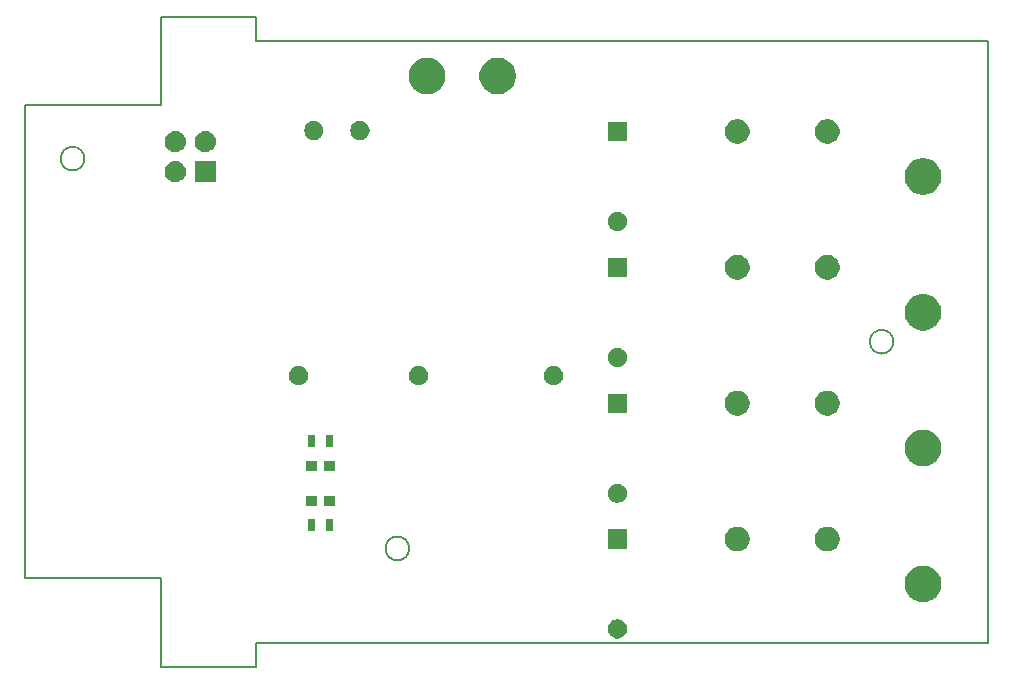
<source format=gbs>
G04 #@! TF.GenerationSoftware,KiCad,Pcbnew,5.0.2-bee76a0~70~ubuntu18.04.1*
G04 #@! TF.CreationDate,2019-12-02T22:21:51+01:00*
G04 #@! TF.ProjectId,meross,6d65726f-7373-42e6-9b69-6361645f7063,rev?*
G04 #@! TF.SameCoordinates,PX6ea0500PY700e860*
G04 #@! TF.FileFunction,Soldermask,Bot*
G04 #@! TF.FilePolarity,Negative*
%FSLAX46Y46*%
G04 Gerber Fmt 4.6, Leading zero omitted, Abs format (unit mm)*
G04 Created by KiCad (PCBNEW 5.0.2-bee76a0~70~ubuntu18.04.1) date Mon 02 Dec 2019 10:21:51 PM CET*
%MOMM*%
%LPD*%
G01*
G04 APERTURE LIST*
%ADD10C,0.200000*%
%ADD11C,0.100000*%
G04 APERTURE END LIST*
D10*
X32500000Y10000000D02*
G75*
G03X32500000Y10000000I-1000000J0D01*
G01*
X5000000Y43000000D02*
G75*
G03X5000000Y43000000I-1000000J0D01*
G01*
X73500000Y27500000D02*
G75*
G03X73500000Y27500000I-1000000J0D01*
G01*
X81499999Y53000000D02*
X81500000Y2000000D01*
X81499999Y53000000D02*
X19500000Y53000000D01*
X19500000Y2000000D02*
X81500000Y2000000D01*
X19500000Y0D02*
X19500000Y2000000D01*
X19500000Y53000000D02*
X19500000Y55000000D01*
X19500000Y0D02*
X11500000Y0D01*
X11500000Y55000000D02*
X19500000Y55000000D01*
X11500000Y55000000D02*
X11500000Y47500000D01*
X11500000Y7500000D02*
X11500000Y0D01*
X11500000Y7500000D02*
X0Y7500000D01*
X0Y47500000D02*
X11500000Y47500000D01*
X0Y7500000D02*
X0Y47500000D01*
D11*
G36*
X50361560Y3959834D02*
X50509153Y3898699D01*
X50640213Y3811127D01*
X50641985Y3809943D01*
X50754943Y3696985D01*
X50843700Y3564151D01*
X50904834Y3416560D01*
X50936000Y3259878D01*
X50936000Y3100122D01*
X50904834Y2943440D01*
X50843700Y2795849D01*
X50754943Y2663015D01*
X50641985Y2550057D01*
X50641982Y2550055D01*
X50509153Y2461301D01*
X50509152Y2461300D01*
X50509151Y2461300D01*
X50361560Y2400166D01*
X50204878Y2369000D01*
X50045122Y2369000D01*
X49888440Y2400166D01*
X49740849Y2461300D01*
X49740848Y2461300D01*
X49740847Y2461301D01*
X49608018Y2550055D01*
X49608015Y2550057D01*
X49495057Y2663015D01*
X49406300Y2795849D01*
X49345166Y2943440D01*
X49314000Y3100122D01*
X49314000Y3259878D01*
X49345166Y3416560D01*
X49406300Y3564151D01*
X49495057Y3696985D01*
X49608015Y3809943D01*
X49609787Y3811127D01*
X49740847Y3898699D01*
X49888440Y3959834D01*
X50045122Y3991000D01*
X50204878Y3991000D01*
X50361560Y3959834D01*
X50361560Y3959834D01*
G37*
G36*
X76352527Y8511264D02*
X76452410Y8491396D01*
X76734674Y8374479D01*
X76988705Y8204741D01*
X77204741Y7988705D01*
X77374479Y7734674D01*
X77491396Y7452410D01*
X77551000Y7152760D01*
X77551000Y6847240D01*
X77491396Y6547590D01*
X77374479Y6265326D01*
X77204741Y6011295D01*
X76988705Y5795259D01*
X76734674Y5625521D01*
X76452410Y5508604D01*
X76352527Y5488736D01*
X76152762Y5449000D01*
X75847238Y5449000D01*
X75647473Y5488736D01*
X75547590Y5508604D01*
X75265326Y5625521D01*
X75011295Y5795259D01*
X74795259Y6011295D01*
X74625521Y6265326D01*
X74508604Y6547590D01*
X74449000Y6847240D01*
X74449000Y7152760D01*
X74508604Y7452410D01*
X74625521Y7734674D01*
X74795259Y7988705D01*
X75011295Y8204741D01*
X75265326Y8374479D01*
X75547590Y8491396D01*
X75647473Y8511264D01*
X75847238Y8551000D01*
X76152762Y8551000D01*
X76352527Y8511264D01*
X76352527Y8511264D01*
G37*
G36*
X60591565Y11810611D02*
X60782834Y11731385D01*
X60954976Y11616363D01*
X61101363Y11469976D01*
X61216385Y11297834D01*
X61295611Y11106565D01*
X61336000Y10903516D01*
X61336000Y10696484D01*
X61295611Y10493435D01*
X61216385Y10302166D01*
X61101363Y10130024D01*
X60954976Y9983637D01*
X60782834Y9868615D01*
X60591565Y9789389D01*
X60388516Y9749000D01*
X60181484Y9749000D01*
X59978435Y9789389D01*
X59787166Y9868615D01*
X59615024Y9983637D01*
X59468637Y10130024D01*
X59353615Y10302166D01*
X59274389Y10493435D01*
X59234000Y10696484D01*
X59234000Y10903516D01*
X59274389Y11106565D01*
X59353615Y11297834D01*
X59468637Y11469976D01*
X59615024Y11616363D01*
X59787166Y11731385D01*
X59978435Y11810611D01*
X60181484Y11851000D01*
X60388516Y11851000D01*
X60591565Y11810611D01*
X60591565Y11810611D01*
G37*
G36*
X68211565Y11810611D02*
X68402834Y11731385D01*
X68574976Y11616363D01*
X68721363Y11469976D01*
X68836385Y11297834D01*
X68915611Y11106565D01*
X68956000Y10903516D01*
X68956000Y10696484D01*
X68915611Y10493435D01*
X68836385Y10302166D01*
X68721363Y10130024D01*
X68574976Y9983637D01*
X68402834Y9868615D01*
X68211565Y9789389D01*
X68008516Y9749000D01*
X67801484Y9749000D01*
X67598435Y9789389D01*
X67407166Y9868615D01*
X67235024Y9983637D01*
X67088637Y10130024D01*
X66973615Y10302166D01*
X66894389Y10493435D01*
X66854000Y10696484D01*
X66854000Y10903516D01*
X66894389Y11106565D01*
X66973615Y11297834D01*
X67088637Y11469976D01*
X67235024Y11616363D01*
X67407166Y11731385D01*
X67598435Y11810611D01*
X67801484Y11851000D01*
X68008516Y11851000D01*
X68211565Y11810611D01*
X68211565Y11810611D01*
G37*
G36*
X50936000Y9989000D02*
X49314000Y9989000D01*
X49314000Y11611000D01*
X50936000Y11611000D01*
X50936000Y9989000D01*
X50936000Y9989000D01*
G37*
G36*
X26051000Y11499000D02*
X25449000Y11499000D01*
X25449000Y12501000D01*
X26051000Y12501000D01*
X26051000Y11499000D01*
X26051000Y11499000D01*
G37*
G36*
X24551000Y11499000D02*
X23949000Y11499000D01*
X23949000Y12501000D01*
X24551000Y12501000D01*
X24551000Y11499000D01*
X24551000Y11499000D01*
G37*
G36*
X24701000Y13574000D02*
X23799000Y13574000D01*
X23799000Y14426000D01*
X24701000Y14426000D01*
X24701000Y13574000D01*
X24701000Y13574000D01*
G37*
G36*
X26201000Y13574000D02*
X25299000Y13574000D01*
X25299000Y14426000D01*
X26201000Y14426000D01*
X26201000Y13574000D01*
X26201000Y13574000D01*
G37*
G36*
X50361560Y15459834D02*
X50509153Y15398699D01*
X50640213Y15311127D01*
X50641985Y15309943D01*
X50754943Y15196985D01*
X50843700Y15064151D01*
X50904834Y14916560D01*
X50936000Y14759878D01*
X50936000Y14600122D01*
X50904834Y14443440D01*
X50843700Y14295849D01*
X50754943Y14163015D01*
X50641985Y14050057D01*
X50641982Y14050055D01*
X50509153Y13961301D01*
X50509152Y13961300D01*
X50509151Y13961300D01*
X50361560Y13900166D01*
X50204878Y13869000D01*
X50045122Y13869000D01*
X49888440Y13900166D01*
X49740849Y13961300D01*
X49740848Y13961300D01*
X49740847Y13961301D01*
X49608018Y14050055D01*
X49608015Y14050057D01*
X49495057Y14163015D01*
X49406300Y14295849D01*
X49345166Y14443440D01*
X49314000Y14600122D01*
X49314000Y14759878D01*
X49345166Y14916560D01*
X49406300Y15064151D01*
X49495057Y15196985D01*
X49608015Y15309943D01*
X49609787Y15311127D01*
X49740847Y15398699D01*
X49888440Y15459834D01*
X50045122Y15491000D01*
X50204878Y15491000D01*
X50361560Y15459834D01*
X50361560Y15459834D01*
G37*
G36*
X26201000Y16524000D02*
X25299000Y16524000D01*
X25299000Y17376000D01*
X26201000Y17376000D01*
X26201000Y16524000D01*
X26201000Y16524000D01*
G37*
G36*
X24701000Y16524000D02*
X23799000Y16524000D01*
X23799000Y17376000D01*
X24701000Y17376000D01*
X24701000Y16524000D01*
X24701000Y16524000D01*
G37*
G36*
X76352527Y20011264D02*
X76452410Y19991396D01*
X76734674Y19874479D01*
X76988705Y19704741D01*
X77204741Y19488705D01*
X77374479Y19234674D01*
X77491396Y18952410D01*
X77551000Y18652760D01*
X77551000Y18347240D01*
X77491396Y18047590D01*
X77374479Y17765326D01*
X77204741Y17511295D01*
X76988705Y17295259D01*
X76734674Y17125521D01*
X76452410Y17008604D01*
X76352527Y16988736D01*
X76152762Y16949000D01*
X75847238Y16949000D01*
X75647473Y16988736D01*
X75547590Y17008604D01*
X75265326Y17125521D01*
X75011295Y17295259D01*
X74795259Y17511295D01*
X74625521Y17765326D01*
X74508604Y18047590D01*
X74449000Y18347240D01*
X74449000Y18652760D01*
X74508604Y18952410D01*
X74625521Y19234674D01*
X74795259Y19488705D01*
X75011295Y19704741D01*
X75265326Y19874479D01*
X75547590Y19991396D01*
X75647473Y20011264D01*
X75847238Y20051000D01*
X76152762Y20051000D01*
X76352527Y20011264D01*
X76352527Y20011264D01*
G37*
G36*
X24551000Y18599000D02*
X23949000Y18599000D01*
X23949000Y19601000D01*
X24551000Y19601000D01*
X24551000Y18599000D01*
X24551000Y18599000D01*
G37*
G36*
X26051000Y18599000D02*
X25449000Y18599000D01*
X25449000Y19601000D01*
X26051000Y19601000D01*
X26051000Y18599000D01*
X26051000Y18599000D01*
G37*
G36*
X60591565Y23310611D02*
X60782834Y23231385D01*
X60954976Y23116363D01*
X61101363Y22969976D01*
X61216385Y22797834D01*
X61295611Y22606565D01*
X61336000Y22403516D01*
X61336000Y22196484D01*
X61295611Y21993435D01*
X61216385Y21802166D01*
X61101363Y21630024D01*
X60954976Y21483637D01*
X60782834Y21368615D01*
X60591565Y21289389D01*
X60388516Y21249000D01*
X60181484Y21249000D01*
X59978435Y21289389D01*
X59787166Y21368615D01*
X59615024Y21483637D01*
X59468637Y21630024D01*
X59353615Y21802166D01*
X59274389Y21993435D01*
X59234000Y22196484D01*
X59234000Y22403516D01*
X59274389Y22606565D01*
X59353615Y22797834D01*
X59468637Y22969976D01*
X59615024Y23116363D01*
X59787166Y23231385D01*
X59978435Y23310611D01*
X60181484Y23351000D01*
X60388516Y23351000D01*
X60591565Y23310611D01*
X60591565Y23310611D01*
G37*
G36*
X68211565Y23310611D02*
X68402834Y23231385D01*
X68574976Y23116363D01*
X68721363Y22969976D01*
X68836385Y22797834D01*
X68915611Y22606565D01*
X68956000Y22403516D01*
X68956000Y22196484D01*
X68915611Y21993435D01*
X68836385Y21802166D01*
X68721363Y21630024D01*
X68574976Y21483637D01*
X68402834Y21368615D01*
X68211565Y21289389D01*
X68008516Y21249000D01*
X67801484Y21249000D01*
X67598435Y21289389D01*
X67407166Y21368615D01*
X67235024Y21483637D01*
X67088637Y21630024D01*
X66973615Y21802166D01*
X66894389Y21993435D01*
X66854000Y22196484D01*
X66854000Y22403516D01*
X66894389Y22606565D01*
X66973615Y22797834D01*
X67088637Y22969976D01*
X67235024Y23116363D01*
X67407166Y23231385D01*
X67598435Y23310611D01*
X67801484Y23351000D01*
X68008516Y23351000D01*
X68211565Y23310611D01*
X68211565Y23310611D01*
G37*
G36*
X50936000Y21489000D02*
X49314000Y21489000D01*
X49314000Y23111000D01*
X50936000Y23111000D01*
X50936000Y21489000D01*
X50936000Y21489000D01*
G37*
G36*
X23377142Y25401758D02*
X23525102Y25340470D01*
X23658258Y25251498D01*
X23771498Y25138258D01*
X23860470Y25005102D01*
X23921758Y24857142D01*
X23953000Y24700075D01*
X23953000Y24539925D01*
X23921758Y24382858D01*
X23860470Y24234898D01*
X23771498Y24101742D01*
X23658258Y23988502D01*
X23525102Y23899530D01*
X23377142Y23838242D01*
X23220075Y23807000D01*
X23059925Y23807000D01*
X22902858Y23838242D01*
X22754898Y23899530D01*
X22621742Y23988502D01*
X22508502Y24101742D01*
X22419530Y24234898D01*
X22358242Y24382858D01*
X22327000Y24539925D01*
X22327000Y24700075D01*
X22358242Y24857142D01*
X22419530Y25005102D01*
X22508502Y25138258D01*
X22621742Y25251498D01*
X22754898Y25340470D01*
X22902858Y25401758D01*
X23059925Y25433000D01*
X23220075Y25433000D01*
X23377142Y25401758D01*
X23377142Y25401758D01*
G37*
G36*
X44967142Y25401758D02*
X45115102Y25340470D01*
X45248258Y25251498D01*
X45361498Y25138258D01*
X45450470Y25005102D01*
X45511758Y24857142D01*
X45543000Y24700075D01*
X45543000Y24539925D01*
X45511758Y24382858D01*
X45450470Y24234898D01*
X45361498Y24101742D01*
X45248258Y23988502D01*
X45115102Y23899530D01*
X44967142Y23838242D01*
X44810075Y23807000D01*
X44649925Y23807000D01*
X44492858Y23838242D01*
X44344898Y23899530D01*
X44211742Y23988502D01*
X44098502Y24101742D01*
X44009530Y24234898D01*
X43948242Y24382858D01*
X43917000Y24539925D01*
X43917000Y24700075D01*
X43948242Y24857142D01*
X44009530Y25005102D01*
X44098502Y25138258D01*
X44211742Y25251498D01*
X44344898Y25340470D01*
X44492858Y25401758D01*
X44649925Y25433000D01*
X44810075Y25433000D01*
X44967142Y25401758D01*
X44967142Y25401758D01*
G37*
G36*
X33537142Y25401758D02*
X33685102Y25340470D01*
X33818258Y25251498D01*
X33931498Y25138258D01*
X34020470Y25005102D01*
X34081758Y24857142D01*
X34113000Y24700075D01*
X34113000Y24539925D01*
X34081758Y24382858D01*
X34020470Y24234898D01*
X33931498Y24101742D01*
X33818258Y23988502D01*
X33685102Y23899530D01*
X33537142Y23838242D01*
X33380075Y23807000D01*
X33219925Y23807000D01*
X33062858Y23838242D01*
X32914898Y23899530D01*
X32781742Y23988502D01*
X32668502Y24101742D01*
X32579530Y24234898D01*
X32518242Y24382858D01*
X32487000Y24539925D01*
X32487000Y24700075D01*
X32518242Y24857142D01*
X32579530Y25005102D01*
X32668502Y25138258D01*
X32781742Y25251498D01*
X32914898Y25340470D01*
X33062858Y25401758D01*
X33219925Y25433000D01*
X33380075Y25433000D01*
X33537142Y25401758D01*
X33537142Y25401758D01*
G37*
G36*
X50361560Y26959834D02*
X50509153Y26898699D01*
X50640213Y26811127D01*
X50641985Y26809943D01*
X50754943Y26696985D01*
X50843700Y26564151D01*
X50904834Y26416560D01*
X50936000Y26259878D01*
X50936000Y26100122D01*
X50904834Y25943440D01*
X50843700Y25795849D01*
X50754943Y25663015D01*
X50641985Y25550057D01*
X50641982Y25550055D01*
X50509153Y25461301D01*
X50509152Y25461300D01*
X50509151Y25461300D01*
X50361560Y25400166D01*
X50204878Y25369000D01*
X50045122Y25369000D01*
X49888440Y25400166D01*
X49740849Y25461300D01*
X49740848Y25461300D01*
X49740847Y25461301D01*
X49608018Y25550055D01*
X49608015Y25550057D01*
X49495057Y25663015D01*
X49406300Y25795849D01*
X49345166Y25943440D01*
X49314000Y26100122D01*
X49314000Y26259878D01*
X49345166Y26416560D01*
X49406300Y26564151D01*
X49495057Y26696985D01*
X49608015Y26809943D01*
X49609787Y26811127D01*
X49740847Y26898699D01*
X49888440Y26959834D01*
X50045122Y26991000D01*
X50204878Y26991000D01*
X50361560Y26959834D01*
X50361560Y26959834D01*
G37*
G36*
X76352527Y31511264D02*
X76452410Y31491396D01*
X76734674Y31374479D01*
X76988705Y31204741D01*
X77204741Y30988705D01*
X77374479Y30734674D01*
X77491396Y30452410D01*
X77551000Y30152760D01*
X77551000Y29847240D01*
X77491396Y29547590D01*
X77374479Y29265326D01*
X77204741Y29011295D01*
X76988705Y28795259D01*
X76734674Y28625521D01*
X76452410Y28508604D01*
X76352527Y28488736D01*
X76152762Y28449000D01*
X75847238Y28449000D01*
X75647473Y28488736D01*
X75547590Y28508604D01*
X75265326Y28625521D01*
X75011295Y28795259D01*
X74795259Y29011295D01*
X74625521Y29265326D01*
X74508604Y29547590D01*
X74449000Y29847240D01*
X74449000Y30152760D01*
X74508604Y30452410D01*
X74625521Y30734674D01*
X74795259Y30988705D01*
X75011295Y31204741D01*
X75265326Y31374479D01*
X75547590Y31491396D01*
X75647473Y31511264D01*
X75847238Y31551000D01*
X76152762Y31551000D01*
X76352527Y31511264D01*
X76352527Y31511264D01*
G37*
G36*
X60591565Y34810611D02*
X60782834Y34731385D01*
X60954976Y34616363D01*
X61101363Y34469976D01*
X61216385Y34297834D01*
X61295611Y34106565D01*
X61336000Y33903516D01*
X61336000Y33696484D01*
X61295611Y33493435D01*
X61216385Y33302166D01*
X61101363Y33130024D01*
X60954976Y32983637D01*
X60782834Y32868615D01*
X60591565Y32789389D01*
X60388516Y32749000D01*
X60181484Y32749000D01*
X59978435Y32789389D01*
X59787166Y32868615D01*
X59615024Y32983637D01*
X59468637Y33130024D01*
X59353615Y33302166D01*
X59274389Y33493435D01*
X59234000Y33696484D01*
X59234000Y33903516D01*
X59274389Y34106565D01*
X59353615Y34297834D01*
X59468637Y34469976D01*
X59615024Y34616363D01*
X59787166Y34731385D01*
X59978435Y34810611D01*
X60181484Y34851000D01*
X60388516Y34851000D01*
X60591565Y34810611D01*
X60591565Y34810611D01*
G37*
G36*
X68211565Y34810611D02*
X68402834Y34731385D01*
X68574976Y34616363D01*
X68721363Y34469976D01*
X68836385Y34297834D01*
X68915611Y34106565D01*
X68956000Y33903516D01*
X68956000Y33696484D01*
X68915611Y33493435D01*
X68836385Y33302166D01*
X68721363Y33130024D01*
X68574976Y32983637D01*
X68402834Y32868615D01*
X68211565Y32789389D01*
X68008516Y32749000D01*
X67801484Y32749000D01*
X67598435Y32789389D01*
X67407166Y32868615D01*
X67235024Y32983637D01*
X67088637Y33130024D01*
X66973615Y33302166D01*
X66894389Y33493435D01*
X66854000Y33696484D01*
X66854000Y33903516D01*
X66894389Y34106565D01*
X66973615Y34297834D01*
X67088637Y34469976D01*
X67235024Y34616363D01*
X67407166Y34731385D01*
X67598435Y34810611D01*
X67801484Y34851000D01*
X68008516Y34851000D01*
X68211565Y34810611D01*
X68211565Y34810611D01*
G37*
G36*
X50936000Y32989000D02*
X49314000Y32989000D01*
X49314000Y34611000D01*
X50936000Y34611000D01*
X50936000Y32989000D01*
X50936000Y32989000D01*
G37*
G36*
X50361560Y38459834D02*
X50509153Y38398699D01*
X50640213Y38311127D01*
X50641985Y38309943D01*
X50754943Y38196985D01*
X50843700Y38064151D01*
X50904834Y37916560D01*
X50936000Y37759878D01*
X50936000Y37600122D01*
X50904834Y37443440D01*
X50843700Y37295849D01*
X50754943Y37163015D01*
X50641985Y37050057D01*
X50641982Y37050055D01*
X50509153Y36961301D01*
X50509152Y36961300D01*
X50509151Y36961300D01*
X50361560Y36900166D01*
X50204878Y36869000D01*
X50045122Y36869000D01*
X49888440Y36900166D01*
X49740849Y36961300D01*
X49740848Y36961300D01*
X49740847Y36961301D01*
X49608018Y37050055D01*
X49608015Y37050057D01*
X49495057Y37163015D01*
X49406300Y37295849D01*
X49345166Y37443440D01*
X49314000Y37600122D01*
X49314000Y37759878D01*
X49345166Y37916560D01*
X49406300Y38064151D01*
X49495057Y38196985D01*
X49608015Y38309943D01*
X49609787Y38311127D01*
X49740847Y38398699D01*
X49888440Y38459834D01*
X50045122Y38491000D01*
X50204878Y38491000D01*
X50361560Y38459834D01*
X50361560Y38459834D01*
G37*
G36*
X76352527Y43011264D02*
X76452410Y42991396D01*
X76734674Y42874479D01*
X76988705Y42704741D01*
X77204741Y42488705D01*
X77374479Y42234674D01*
X77491396Y41952410D01*
X77551000Y41652760D01*
X77551000Y41347240D01*
X77491396Y41047590D01*
X77374479Y40765326D01*
X77204741Y40511295D01*
X76988705Y40295259D01*
X76734674Y40125521D01*
X76452410Y40008604D01*
X76352527Y39988736D01*
X76152762Y39949000D01*
X75847238Y39949000D01*
X75647473Y39988736D01*
X75547590Y40008604D01*
X75265326Y40125521D01*
X75011295Y40295259D01*
X74795259Y40511295D01*
X74625521Y40765326D01*
X74508604Y41047590D01*
X74449000Y41347240D01*
X74449000Y41652760D01*
X74508604Y41952410D01*
X74625521Y42234674D01*
X74795259Y42488705D01*
X75011295Y42704741D01*
X75265326Y42874479D01*
X75547590Y42991396D01*
X75647473Y43011264D01*
X75847238Y43051000D01*
X76152762Y43051000D01*
X76352527Y43011264D01*
X76352527Y43011264D01*
G37*
G36*
X16141000Y41009000D02*
X14339000Y41009000D01*
X14339000Y42811000D01*
X16141000Y42811000D01*
X16141000Y41009000D01*
X16141000Y41009000D01*
G37*
G36*
X12810442Y42804482D02*
X12876627Y42797963D01*
X12989853Y42763616D01*
X13046467Y42746443D01*
X13124490Y42704738D01*
X13202991Y42662778D01*
X13238729Y42633448D01*
X13340186Y42550186D01*
X13390641Y42488705D01*
X13452778Y42412991D01*
X13452779Y42412989D01*
X13536443Y42256467D01*
X13536443Y42256466D01*
X13587963Y42086627D01*
X13605359Y41910000D01*
X13587963Y41733373D01*
X13563510Y41652762D01*
X13536443Y41563533D01*
X13462348Y41424913D01*
X13452778Y41407009D01*
X13423448Y41371271D01*
X13340186Y41269814D01*
X13238729Y41186552D01*
X13202991Y41157222D01*
X13202989Y41157221D01*
X13046467Y41073557D01*
X12989853Y41056384D01*
X12876627Y41022037D01*
X12810442Y41015518D01*
X12744260Y41009000D01*
X12655740Y41009000D01*
X12589558Y41015518D01*
X12523373Y41022037D01*
X12410147Y41056384D01*
X12353533Y41073557D01*
X12197011Y41157221D01*
X12197009Y41157222D01*
X12161271Y41186552D01*
X12059814Y41269814D01*
X11976552Y41371271D01*
X11947222Y41407009D01*
X11937652Y41424913D01*
X11863557Y41563533D01*
X11836490Y41652762D01*
X11812037Y41733373D01*
X11794641Y41910000D01*
X11812037Y42086627D01*
X11863557Y42256466D01*
X11863557Y42256467D01*
X11947221Y42412989D01*
X11947222Y42412991D01*
X12009359Y42488705D01*
X12059814Y42550186D01*
X12161271Y42633448D01*
X12197009Y42662778D01*
X12275510Y42704738D01*
X12353533Y42746443D01*
X12410147Y42763616D01*
X12523373Y42797963D01*
X12589558Y42804482D01*
X12655740Y42811000D01*
X12744260Y42811000D01*
X12810442Y42804482D01*
X12810442Y42804482D01*
G37*
G36*
X12810442Y45344482D02*
X12876627Y45337963D01*
X12989853Y45303616D01*
X13046467Y45286443D01*
X13185087Y45212348D01*
X13202991Y45202778D01*
X13210660Y45196484D01*
X13340186Y45090186D01*
X13418384Y44994900D01*
X13452778Y44952991D01*
X13452779Y44952989D01*
X13536443Y44796467D01*
X13536443Y44796466D01*
X13587963Y44626627D01*
X13605359Y44450000D01*
X13587963Y44273373D01*
X13553616Y44160147D01*
X13536443Y44103533D01*
X13462348Y43964913D01*
X13452778Y43947009D01*
X13423448Y43911271D01*
X13340186Y43809814D01*
X13238729Y43726552D01*
X13202991Y43697222D01*
X13202989Y43697221D01*
X13046467Y43613557D01*
X12989853Y43596384D01*
X12876627Y43562037D01*
X12810443Y43555519D01*
X12744260Y43549000D01*
X12655740Y43549000D01*
X12589557Y43555519D01*
X12523373Y43562037D01*
X12410147Y43596384D01*
X12353533Y43613557D01*
X12197011Y43697221D01*
X12197009Y43697222D01*
X12161271Y43726552D01*
X12059814Y43809814D01*
X11976552Y43911271D01*
X11947222Y43947009D01*
X11937652Y43964913D01*
X11863557Y44103533D01*
X11846384Y44160147D01*
X11812037Y44273373D01*
X11794641Y44450000D01*
X11812037Y44626627D01*
X11863557Y44796466D01*
X11863557Y44796467D01*
X11947221Y44952989D01*
X11947222Y44952991D01*
X11981616Y44994900D01*
X12059814Y45090186D01*
X12189340Y45196484D01*
X12197009Y45202778D01*
X12214913Y45212348D01*
X12353533Y45286443D01*
X12410147Y45303616D01*
X12523373Y45337963D01*
X12589558Y45344482D01*
X12655740Y45351000D01*
X12744260Y45351000D01*
X12810442Y45344482D01*
X12810442Y45344482D01*
G37*
G36*
X15350442Y45344482D02*
X15416627Y45337963D01*
X15529853Y45303616D01*
X15586467Y45286443D01*
X15725087Y45212348D01*
X15742991Y45202778D01*
X15750660Y45196484D01*
X15880186Y45090186D01*
X15958384Y44994900D01*
X15992778Y44952991D01*
X15992779Y44952989D01*
X16076443Y44796467D01*
X16076443Y44796466D01*
X16127963Y44626627D01*
X16145359Y44450000D01*
X16127963Y44273373D01*
X16093616Y44160147D01*
X16076443Y44103533D01*
X16002348Y43964913D01*
X15992778Y43947009D01*
X15963448Y43911271D01*
X15880186Y43809814D01*
X15778729Y43726552D01*
X15742991Y43697222D01*
X15742989Y43697221D01*
X15586467Y43613557D01*
X15529853Y43596384D01*
X15416627Y43562037D01*
X15350443Y43555519D01*
X15284260Y43549000D01*
X15195740Y43549000D01*
X15129557Y43555519D01*
X15063373Y43562037D01*
X14950147Y43596384D01*
X14893533Y43613557D01*
X14737011Y43697221D01*
X14737009Y43697222D01*
X14701271Y43726552D01*
X14599814Y43809814D01*
X14516552Y43911271D01*
X14487222Y43947009D01*
X14477652Y43964913D01*
X14403557Y44103533D01*
X14386384Y44160147D01*
X14352037Y44273373D01*
X14334641Y44450000D01*
X14352037Y44626627D01*
X14403557Y44796466D01*
X14403557Y44796467D01*
X14487221Y44952989D01*
X14487222Y44952991D01*
X14521616Y44994900D01*
X14599814Y45090186D01*
X14729340Y45196484D01*
X14737009Y45202778D01*
X14754913Y45212348D01*
X14893533Y45286443D01*
X14950147Y45303616D01*
X15063373Y45337963D01*
X15129558Y45344482D01*
X15195740Y45351000D01*
X15284260Y45351000D01*
X15350442Y45344482D01*
X15350442Y45344482D01*
G37*
G36*
X60591565Y46310611D02*
X60782834Y46231385D01*
X60954976Y46116363D01*
X61101363Y45969976D01*
X61216385Y45797834D01*
X61295611Y45606565D01*
X61336000Y45403516D01*
X61336000Y45196484D01*
X61295611Y44993435D01*
X61216385Y44802166D01*
X61101363Y44630024D01*
X60954976Y44483637D01*
X60782834Y44368615D01*
X60591565Y44289389D01*
X60388516Y44249000D01*
X60181484Y44249000D01*
X59978435Y44289389D01*
X59787166Y44368615D01*
X59615024Y44483637D01*
X59468637Y44630024D01*
X59353615Y44802166D01*
X59274389Y44993435D01*
X59234000Y45196484D01*
X59234000Y45403516D01*
X59274389Y45606565D01*
X59353615Y45797834D01*
X59468637Y45969976D01*
X59615024Y46116363D01*
X59787166Y46231385D01*
X59978435Y46310611D01*
X60181484Y46351000D01*
X60388516Y46351000D01*
X60591565Y46310611D01*
X60591565Y46310611D01*
G37*
G36*
X68211565Y46310611D02*
X68402834Y46231385D01*
X68574976Y46116363D01*
X68721363Y45969976D01*
X68836385Y45797834D01*
X68915611Y45606565D01*
X68956000Y45403516D01*
X68956000Y45196484D01*
X68915611Y44993435D01*
X68836385Y44802166D01*
X68721363Y44630024D01*
X68574976Y44483637D01*
X68402834Y44368615D01*
X68211565Y44289389D01*
X68008516Y44249000D01*
X67801484Y44249000D01*
X67598435Y44289389D01*
X67407166Y44368615D01*
X67235024Y44483637D01*
X67088637Y44630024D01*
X66973615Y44802166D01*
X66894389Y44993435D01*
X66854000Y45196484D01*
X66854000Y45403516D01*
X66894389Y45606565D01*
X66973615Y45797834D01*
X67088637Y45969976D01*
X67235024Y46116363D01*
X67407166Y46231385D01*
X67598435Y46310611D01*
X67801484Y46351000D01*
X68008516Y46351000D01*
X68211565Y46310611D01*
X68211565Y46310611D01*
G37*
G36*
X50936000Y44489000D02*
X49314000Y44489000D01*
X49314000Y46111000D01*
X50936000Y46111000D01*
X50936000Y44489000D01*
X50936000Y44489000D01*
G37*
G36*
X28567142Y46161758D02*
X28715102Y46100470D01*
X28848258Y46011498D01*
X28961498Y45898258D01*
X29050470Y45765102D01*
X29111758Y45617142D01*
X29143000Y45460075D01*
X29143000Y45299925D01*
X29111758Y45142858D01*
X29050470Y44994898D01*
X28961498Y44861742D01*
X28848258Y44748502D01*
X28715102Y44659530D01*
X28567142Y44598242D01*
X28410075Y44567000D01*
X28249925Y44567000D01*
X28092858Y44598242D01*
X27944898Y44659530D01*
X27811742Y44748502D01*
X27698502Y44861742D01*
X27609530Y44994898D01*
X27548242Y45142858D01*
X27517000Y45299925D01*
X27517000Y45460075D01*
X27548242Y45617142D01*
X27609530Y45765102D01*
X27698502Y45898258D01*
X27811742Y46011498D01*
X27944898Y46100470D01*
X28092858Y46161758D01*
X28249925Y46193000D01*
X28410075Y46193000D01*
X28567142Y46161758D01*
X28567142Y46161758D01*
G37*
G36*
X24667142Y46161758D02*
X24815102Y46100470D01*
X24948258Y46011498D01*
X25061498Y45898258D01*
X25150470Y45765102D01*
X25211758Y45617142D01*
X25243000Y45460075D01*
X25243000Y45299925D01*
X25211758Y45142858D01*
X25150470Y44994898D01*
X25061498Y44861742D01*
X24948258Y44748502D01*
X24815102Y44659530D01*
X24667142Y44598242D01*
X24510075Y44567000D01*
X24349925Y44567000D01*
X24192858Y44598242D01*
X24044898Y44659530D01*
X23911742Y44748502D01*
X23798502Y44861742D01*
X23709530Y44994898D01*
X23648242Y45142858D01*
X23617000Y45299925D01*
X23617000Y45460075D01*
X23648242Y45617142D01*
X23709530Y45765102D01*
X23798502Y45898258D01*
X23911742Y46011498D01*
X24044898Y46100470D01*
X24192858Y46161758D01*
X24349925Y46193000D01*
X24510075Y46193000D01*
X24667142Y46161758D01*
X24667142Y46161758D01*
G37*
G36*
X40352527Y51511264D02*
X40452410Y51491396D01*
X40734674Y51374479D01*
X40988705Y51204741D01*
X41204741Y50988705D01*
X41374479Y50734674D01*
X41491396Y50452410D01*
X41551000Y50152760D01*
X41551000Y49847240D01*
X41491396Y49547590D01*
X41374479Y49265326D01*
X41204741Y49011295D01*
X40988705Y48795259D01*
X40734674Y48625521D01*
X40452410Y48508604D01*
X40352527Y48488736D01*
X40152762Y48449000D01*
X39847238Y48449000D01*
X39647473Y48488736D01*
X39547590Y48508604D01*
X39265326Y48625521D01*
X39011295Y48795259D01*
X38795259Y49011295D01*
X38625521Y49265326D01*
X38508604Y49547590D01*
X38449000Y49847240D01*
X38449000Y50152760D01*
X38508604Y50452410D01*
X38625521Y50734674D01*
X38795259Y50988705D01*
X39011295Y51204741D01*
X39265326Y51374479D01*
X39547590Y51491396D01*
X39647473Y51511264D01*
X39847238Y51551000D01*
X40152762Y51551000D01*
X40352527Y51511264D01*
X40352527Y51511264D01*
G37*
G36*
X34352527Y51511264D02*
X34452410Y51491396D01*
X34734674Y51374479D01*
X34988705Y51204741D01*
X35204741Y50988705D01*
X35374479Y50734674D01*
X35491396Y50452410D01*
X35551000Y50152760D01*
X35551000Y49847240D01*
X35491396Y49547590D01*
X35374479Y49265326D01*
X35204741Y49011295D01*
X34988705Y48795259D01*
X34734674Y48625521D01*
X34452410Y48508604D01*
X34352527Y48488736D01*
X34152762Y48449000D01*
X33847238Y48449000D01*
X33647473Y48488736D01*
X33547590Y48508604D01*
X33265326Y48625521D01*
X33011295Y48795259D01*
X32795259Y49011295D01*
X32625521Y49265326D01*
X32508604Y49547590D01*
X32449000Y49847240D01*
X32449000Y50152760D01*
X32508604Y50452410D01*
X32625521Y50734674D01*
X32795259Y50988705D01*
X33011295Y51204741D01*
X33265326Y51374479D01*
X33547590Y51491396D01*
X33647473Y51511264D01*
X33847238Y51551000D01*
X34152762Y51551000D01*
X34352527Y51511264D01*
X34352527Y51511264D01*
G37*
M02*

</source>
